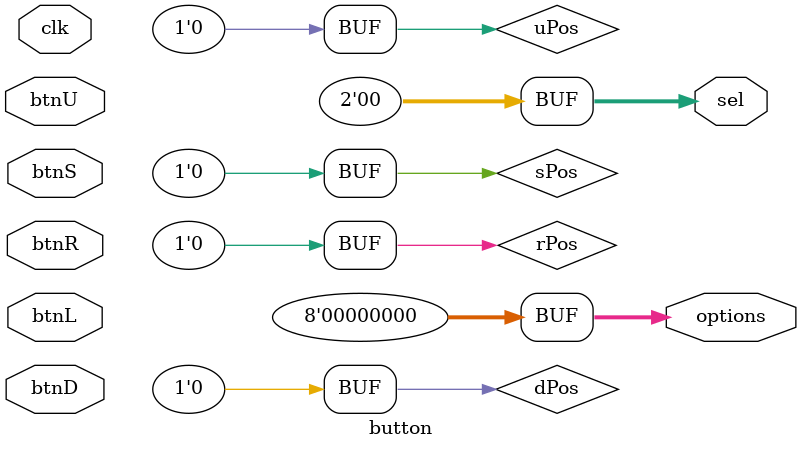
<source format=v>
`timescale 1ns / 1ps
module button(
    clk, btnL, btnR, btnU, btnD, btnS, options, sel
    );
    
    input clk; //best to run this on a fast clock.  system perhaps
    input btnL;
    input btnR;
    input btnU;
    input btnD;
    input btnS;
    
    output reg [7:0] options;
    output reg [1:0] sel;
    
    wire btnRdbd;
    wire btnLdbd;
    wire btnUdbd;
    wire btnDdbd;
    wire btnSdbd;
    
    debouncer dbdL(
        .btn(btnL),
        .clk(clk),
        .dbd(btnLdbd)
    );
    
    debouncer dbdR(
        .btn(btnR),
        .clk(clk),
        .dbd(btnRdbd)
    );
    
    debouncer dbdU(
        .btn(btnU),
        .clk(clk),
        .dbd(btnUdbd)
    );
    
    debouncer dbdD(
        .btn(btnD),
        .clk(clk),
        .dbd(btnDdbd)
    );
    
    debouncer dbdS(
        .btn(btnS),
        .clk(clk),
        .dbd(btnSdbd)
    );
    
    reg lPos;
    reg rPos;
    reg uPos;
    reg dPos;
    reg sPos;
    
    initial begin
        options = 0;
        sel = 0;
        
        lPos = 0;
        rPos = 0;
        uPos = 0;
        dPos = 0;
        sPos = 0;
    end
    
    
    always @ (posedge btnL) begin
       lPos = 1;
    end
    
    
endmodule

</source>
